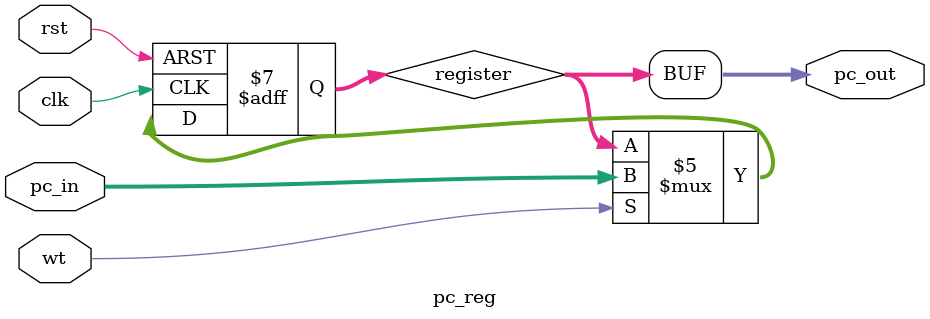
<source format=v>
`timescale 1ns / 1ps
module pc_reg(input clk,
					input rst,
					input wt,
					input [31:0] pc_in,
					output [31:0] pc_out
    );
		reg [31:0] register;
		assign pc_out = register;
		always@(posedge clk or posedge rst) begin
			if(rst == 1) register <= 0; //reset
			else begin
				if(wt == 1) register <= pc_in;
				else register <= register; //write
			end
		end
endmodule

</source>
